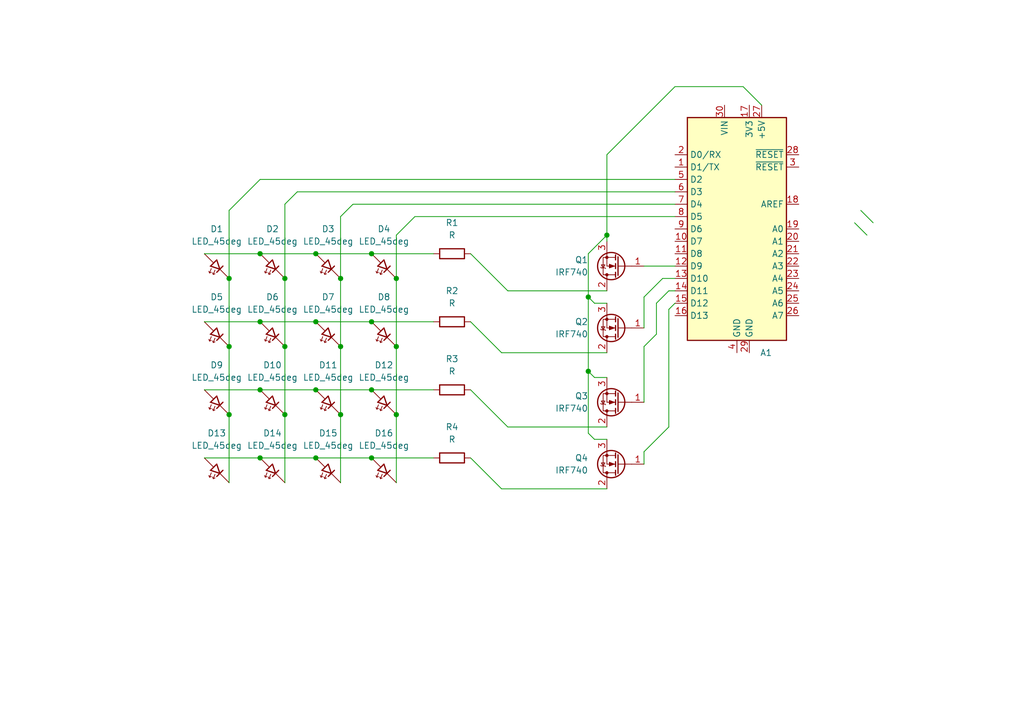
<source format=kicad_sch>
(kicad_sch (version 20230121) (generator eeschema)
  (paper "A5")
  (title_block (title "4x4 Multiplexed LED Matrix") (date "2024-05-26"))
  (lib_symbols
    (symbol "Device:LED_45deg" (pin_numbers hide) (pin_names (offset 0) hide)
      (property "Reference" "D" (at 1.27 2.54 0))
      (property "Value" "LED_45deg" (at 1.27 0 0))
      (symbol "LED_45deg_0_1"
        (polyline (pts (xy -1.4732 -1.4224) (xy -1.6256 -1.0668)))
        (polyline (pts (xy -0.7112 -1.7272) (xy -0.8636 -1.3716)))
        (polyline (pts (xy -0.635 0.635) (xy -2.54 2.54)))
        (polyline (pts (xy 0 -1.27) (xy 1.27 0)) (stroke (width 0.254)))
        (polyline (pts (xy 2.54 -2.54) (xy 0.635 -0.635)))
        (polyline (pts (xy -1.1176 -0.508) (xy -1.4732 -1.4224) (xy -1.1176 -1.27)))
        (polyline (pts (xy -0.3556 -0.8128) (xy -0.7112 -1.7272) (xy -0.3556 -1.5748)))
        (polyline (pts (xy -1.27 0) (xy 0 1.27) (xy 0.635 -0.635) (xy -1.27 0)) (stroke (width 0.254)))
      )
      (symbol "LED_45deg_1_1"
        (pin passive line (at 2.54 -2.54 180) (length 0) (name "K") (number "1"))
        (pin passive line (at -2.54 2.54 0) (length 0) (name "A") (number "2"))
      )
    )
    (symbol "Device:R" (pin_numbers hide) (pin_names (offset 0))
      (property "Reference" "R" (at 2.032 0 90))
      (property "Value" "R" (at 0 0 90))
      (symbol "R_0_1"
        (rectangle (start -1.016 -2.54) (end 1.016 2.54) (stroke (width 0.254)))
      )
      (symbol "R_1_1"
        (pin passive line (at 0 3.81 270) (length 1.27) (name "~") (number "1"))
        (pin passive line (at 0 -3.81 90) (length 1.27) (name "~") (number "2"))
      )
    )
    (symbol "MCU_Module:Arduino_Nano_v2.x"
      (property "Reference" "A" (at -10.16 23.495 0))
      (property "Value" "Arduino_Nano_v2.x" (at 5.08 -24.13 0))
      (symbol "Arduino_Nano_v2.x_0_1"
        (rectangle (start -10.16 22.86) (end 10.16 -22.86) (stroke (width 0.254)) (fill (type background)))
      )
      (symbol "Arduino_Nano_v2.x_1_1"
        (pin bidirectional line (at -12.7 12.7 0) (length 2.54) (name "D1/TX") (number "1"))
        (pin bidirectional line (at -12.7 -2.54 0) (length 2.54) (name "D7") (number "10"))
        (pin bidirectional line (at -12.7 -5.08 0) (length 2.54) (name "D8") (number "11"))
        (pin bidirectional line (at -12.7 -7.62 0) (length 2.54) (name "D9") (number "12"))
        (pin bidirectional line (at -12.7 -10.16 0) (length 2.54) (name "D10") (number "13"))
        (pin bidirectional line (at -12.7 -12.7 0) (length 2.54) (name "D11") (number "14"))
        (pin bidirectional line (at -12.7 -15.24 0) (length 2.54) (name "D12") (number "15"))
        (pin bidirectional line (at -12.7 -17.78 0) (length 2.54) (name "D13") (number "16"))
        (pin power_out line (at 2.54 25.4 270) (length 2.54) (name "3V3") (number "17"))
        (pin input line (at 12.7 5.08 180) (length 2.54) (name "AREF") (number "18"))
        (pin bidirectional line (at 12.7 0 180) (length 2.54) (name "A0") (number "19"))
        (pin bidirectional line (at -12.7 15.24 0) (length 2.54) (name "D0/RX") (number "2"))
        (pin bidirectional line (at 12.7 -2.54 180) (length 2.54) (name "A1") (number "20"))
        (pin bidirectional line (at 12.7 -5.08 180) (length 2.54) (name "A2") (number "21"))
        (pin bidirectional line (at 12.7 -7.62 180) (length 2.54) (name "A3") (number "22"))
        (pin bidirectional line (at 12.7 -10.16 180) (length 2.54) (name "A4") (number "23"))
        (pin bidirectional line (at 12.7 -12.7 180) (length 2.54) (name "A5") (number "24"))
        (pin bidirectional line (at 12.7 -15.24 180) (length 2.54) (name "A6") (number "25"))
        (pin bidirectional line (at 12.7 -17.78 180) (length 2.54) (name "A7") (number "26"))
        (pin power_out line (at 5.08 25.4 270) (length 2.54) (name "+5V") (number "27"))
        (pin input line (at 12.7 15.24 180) (length 2.54) (name "~{RESET}") (number "28"))
        (pin power_in line (at 2.54 -25.4 90) (length 2.54) (name "GND") (number "29"))
        (pin input line (at 12.7 12.7 180) (length 2.54) (name "~{RESET}") (number "3"))
        (pin power_in line (at -2.54 25.4 270) (length 2.54) (name "VIN") (number "30"))
        (pin power_in line (at 0 -25.4 90) (length 2.54) (name "GND") (number "4"))
        (pin bidirectional line (at -12.7 10.16 0) (length 2.54) (name "D2") (number "5"))
        (pin bidirectional line (at -12.7 7.62 0) (length 2.54) (name "D3") (number "6"))
        (pin bidirectional line (at -12.7 5.08 0) (length 2.54) (name "D4") (number "7"))
        (pin bidirectional line (at -12.7 2.54 0) (length 2.54) (name "D5") (number "8"))
        (pin bidirectional line (at -12.7 0 0) (length 2.54) (name "D6") (number "9"))
      )
    )
    (symbol "Transistor_FET:IRF740" (pin_names hide)
      (property "Reference" "Q" (at 5.08 1.905 0))
      (property "Value" "IRF740" (at 5.08 0 0))
      (symbol "IRF740_0_1"
        (polyline (pts (xy 0.254 0) (xy -2.54 0)))
        (polyline (pts (xy 0.254 1.905) (xy 0.254 -1.905)) (stroke (width 0.254)))
        (polyline (pts (xy 0.762 -1.27) (xy 0.762 -2.286)) (stroke (width 0.254)))
        (polyline (pts (xy 0.762 0.508) (xy 0.762 -0.508)) (stroke (width 0.254)))
        (polyline (pts (xy 0.762 2.286) (xy 0.762 1.27)) (stroke (width 0.254)))
        (polyline (pts (xy 2.54 2.54) (xy 2.54 1.778)))
        (polyline (pts (xy 2.54 -2.54) (xy 2.54 0) (xy 0.762 0)))
        (polyline (pts (xy 0.762 -1.778) (xy 3.302 -1.778) (xy 3.302 1.778) (xy 0.762 1.778)))
        (polyline (pts (xy 1.016 0) (xy 2.032 0.381) (xy 2.032 -0.381) (xy 1.016 0)) (fill (type outline)))
        (polyline (pts (xy 2.794 0.508) (xy 2.921 0.381) (xy 3.683 0.381) (xy 3.81 0.254)))
        (polyline (pts (xy 3.302 0.381) (xy 2.921 -0.254) (xy 3.683 -0.254) (xy 3.302 0.381)))
        (circle (center 1.651 0) (radius 2.794) (stroke (width 0.254)))
        (circle (center 2.54 -1.778) (radius 0.254) (fill (type outline)))
        (circle (center 2.54 1.778) (radius 0.254) (fill (type outline)))
      )
      (symbol "IRF740_1_1"
        (pin input line (at -5.08 0 0) (length 2.54) (name "G") (number "1"))
        (pin passive line (at 2.54 5.08 270) (length 2.54) (name "D") (number "2"))
        (pin passive line (at 2.54 -5.08 90) (length 2.54) (name "S") (number "3"))
      )
    )
  )
  (junction (at 58.42 57.15))
  (junction (at 76.2 93.98))
  (junction (at 64.77 80.01))
  (junction (at 58.42 71.12))
  (junction (at 69.85 71.12))
  (junction (at 69.85 85.09))
  (junction (at 69.85 57.15))
  (junction (at 46.99 85.09))
  (junction (at 53.34 80.01))
  (junction (at 46.99 57.15))
  (junction (at 64.77 52.07))
  (junction (at 81.28 71.12))
  (junction (at 76.2 52.07))
  (junction (at 53.34 93.98))
  (junction (at 53.34 52.07))
  (junction (at 76.2 66.04))
  (junction (at 46.99 71.12))
  (junction (at 64.77 66.04))
  (junction (at 76.2 80.01))
  (junction (at 81.28 85.09))
  (junction (at 120.65 76.2))
  (junction (at 53.34 66.04))
  (junction (at 124.46 48.26))
  (junction (at 58.42 85.09))
  (junction (at 81.28 57.15))
  (junction (at 64.77 93.98))
  (junction (at 120.65 60.96))
  (bus_entry (at 175.26 45.72) (size 2.54 2.54))
  (bus_entry (at 176.53 43.18) (size 2.54 2.54))
  (wire (pts (xy 81.28 57.15) (xy 81.28 48.26)))
  (wire (pts (xy 64.77 80.01) (xy 76.2 80.01)))
  (wire (pts (xy 41.91 93.98) (xy 53.34 93.98)))
  (wire (pts (xy 53.34 36.83) (xy 138.43 36.83)))
  (wire (pts (xy 58.42 99.06) (xy 58.42 85.09)))
  (wire (pts (xy 121.92 77.47) (xy 120.65 76.2)))
  (wire (pts (xy 58.42 85.09) (xy 58.42 71.12)))
  (wire (pts (xy 53.34 93.98) (xy 64.77 93.98)))
  (wire (pts (xy 58.42 71.12) (xy 58.42 57.15)))
  (wire (pts (xy 69.85 44.45) (xy 72.39 41.91)))
  (wire (pts (xy 152.4 17.78) (xy 156.21 21.59)))
  (wire (pts (xy 104.14 59.69) (xy 96.52 52.07)))
  (wire (pts (xy 53.34 52.07) (xy 64.77 52.07)))
  (wire (pts (xy 46.99 43.18) (xy 53.34 36.83)))
  (wire (pts (xy 137.16 59.69) (xy 138.43 59.69)))
  (wire (pts (xy 53.34 80.01) (xy 64.77 80.01)))
  (wire (pts (xy 41.91 66.04) (xy 53.34 66.04)))
  (wire (pts (xy 124.46 62.23) (xy 121.92 62.23)))
  (wire (pts (xy 132.08 82.55) (xy 132.08 71.12)))
  (wire (pts (xy 69.85 57.15) (xy 69.85 44.45)))
  (wire (pts (xy 53.34 66.04) (xy 64.77 66.04)))
  (wire (pts (xy 76.2 66.04) (xy 88.9 66.04)))
  (wire (pts (xy 81.28 85.09) (xy 81.28 71.12)))
  (wire (pts (xy 124.46 72.39) (xy 102.87 72.39)))
  (wire (pts (xy 132.08 67.31) (xy 132.08 60.96)))
  (wire (pts (xy 124.46 31.75) (xy 138.43 17.78)))
  (wire (pts (xy 138.43 17.78) (xy 152.4 17.78)))
  (wire (pts (xy 102.87 72.39) (xy 96.52 66.04)))
  (wire (pts (xy 124.46 49.53) (xy 124.46 48.26)))
  (wire (pts (xy 124.46 90.17) (xy 121.92 90.17)))
  (wire (pts (xy 102.87 100.33) (xy 96.52 93.98)))
  (wire (pts (xy 120.65 60.96) (xy 120.65 76.2)))
  (wire (pts (xy 124.46 100.33) (xy 102.87 100.33)))
  (wire (pts (xy 124.46 87.63) (xy 104.14 87.63)))
  (wire (pts (xy 137.16 63.5) (xy 138.43 62.23)))
  (wire (pts (xy 69.85 85.09) (xy 69.85 71.12)))
  (wire (pts (xy 60.96 39.37) (xy 138.43 39.37)))
  (wire (pts (xy 121.92 90.17) (xy 120.65 88.9)))
  (wire (pts (xy 46.99 99.06) (xy 46.99 85.09)))
  (wire (pts (xy 120.65 60.96) (xy 120.65 52.07)))
  (wire (pts (xy 46.99 57.15) (xy 46.99 43.18)))
  (wire (pts (xy 76.2 80.01) (xy 88.9 80.01)))
  (wire (pts (xy 58.42 57.15) (xy 58.42 41.91)))
  (wire (pts (xy 132.08 71.12) (xy 134.62 68.58)))
  (wire (pts (xy 69.85 99.06) (xy 69.85 85.09)))
  (wire (pts (xy 81.28 99.06) (xy 81.28 85.09)))
  (wire (pts (xy 121.92 62.23) (xy 120.65 60.96)))
  (wire (pts (xy 85.09 44.45) (xy 138.43 44.45)))
  (wire (pts (xy 135.89 57.15) (xy 138.43 57.15)))
  (wire (pts (xy 120.65 76.2) (xy 120.65 88.9)))
  (wire (pts (xy 58.42 41.91) (xy 60.96 39.37)))
  (wire (pts (xy 132.08 60.96) (xy 135.89 57.15)))
  (wire (pts (xy 134.62 62.23) (xy 137.16 59.69)))
  (wire (pts (xy 81.28 48.26) (xy 85.09 44.45)))
  (wire (pts (xy 132.08 92.71) (xy 137.16 87.63)))
  (wire (pts (xy 41.91 80.01) (xy 53.34 80.01)))
  (wire (pts (xy 124.46 77.47) (xy 121.92 77.47)))
  (wire (pts (xy 64.77 52.07) (xy 76.2 52.07)))
  (wire (pts (xy 72.39 41.91) (xy 138.43 41.91)))
  (wire (pts (xy 46.99 85.09) (xy 46.99 71.12)))
  (wire (pts (xy 64.77 93.98) (xy 76.2 93.98)))
  (wire (pts (xy 104.14 87.63) (xy 96.52 80.01)))
  (wire (pts (xy 41.91 52.07) (xy 53.34 52.07)))
  (wire (pts (xy 69.85 71.12) (xy 69.85 57.15)))
  (wire (pts (xy 134.62 68.58) (xy 134.62 62.23)))
  (wire (pts (xy 76.2 52.07) (xy 88.9 52.07)))
  (wire (pts (xy 124.46 59.69) (xy 104.14 59.69)))
  (wire (pts (xy 124.46 48.26) (xy 124.46 31.75)))
  (wire (pts (xy 76.2 93.98) (xy 88.9 93.98)))
  (wire (pts (xy 64.77 66.04) (xy 76.2 66.04)))
  (wire (pts (xy 46.99 71.12) (xy 46.99 57.15)))
  (wire (pts (xy 120.65 52.07) (xy 124.46 48.26)))
  (wire (pts (xy 132.08 54.61) (xy 138.43 54.61)))
  (wire (pts (xy 132.08 95.25) (xy 132.08 92.71)))
  (wire (pts (xy 81.28 71.12) (xy 81.28 57.15)))
  (wire (pts (xy 137.16 87.63) (xy 137.16 63.5)))
  (symbol (lib_id "Device:LED_45deg") (at 78.74 54.61 0) (unit 1)
    (property "Reference" "D4" (at 78.74 46.99 0))
    (property "Value" "LED_45deg" (at 78.74 49.53 0))
    (property "Footprint" "LED_THT:LED_D5.0mm" (effects hide))
  )
  (symbol (lib_id "Device:LED_45deg") (at 78.74 68.58 0) (unit 1)
    (property "Reference" "D8" (at 78.74 60.96 0))
    (property "Value" "LED_45deg" (at 78.74 63.5 0))
    (property "Footprint" "LED_THT:LED_D5.0mm" (effects hide))
  )
  (symbol (lib_id "Device:LED_45deg") (at 78.74 82.55 0) (unit 1)
    (property "Reference" "D12" (at 78.74 74.93 0))
    (property "Value" "LED_45deg" (at 78.74 77.47 0))
    (property "Footprint" "LED_THT:LED_D5.0mm" (effects hide))
  )
  (symbol (lib_id "Transistor_FET:IRF740") (at 127 82.55 180) (unit 1)
    (property "Reference" "Q3" (at 120.65 81.28 0) (effects (justify left)))
    (property "Value" "IRF740" (at 120.65 83.82 0) (effects (justify left)))
    (property "Footprint" "Package_TO_SOT_THT:TO-220-3_Vertical" (effects hide))
    (property "Datasheet" "http://www.vishay.com/docs/91054/91054.pdf" (effects hide))
  )
  (symbol (lib_id "Device:LED_45deg") (at 55.88 54.61 0) (unit 1)
    (property "Reference" "D2" (at 55.88 46.99 0))
    (property "Value" "LED_45deg" (at 55.88 49.53 0))
    (property "Footprint" "LED_THT:LED_D5.0mm" (effects hide))
  )
  (symbol (lib_id "Device:LED_45deg") (at 55.88 82.55 0) (unit 1)
    (property "Reference" "D10" (at 55.88 74.93 0))
    (property "Value" "LED_45deg" (at 55.88 77.47 0))
    (property "Footprint" "LED_THT:LED_D5.0mm" (effects hide))
  )
  (symbol (lib_id "Device:LED_45deg") (at 67.31 54.61 0) (unit 1)
    (property "Reference" "D3" (at 67.31 46.99 0))
    (property "Value" "LED_45deg" (at 67.31 49.53 0))
    (property "Footprint" "LED_THT:LED_D5.0mm" (effects hide))
  )
  (symbol (lib_id "Device:LED_45deg") (at 55.88 68.58 0) (unit 1)
    (property "Reference" "D6" (at 55.88 60.96 0))
    (property "Value" "LED_45deg" (at 55.88 63.5 0))
    (property "Footprint" "LED_THT:LED_D5.0mm" (effects hide))
  )
  (symbol (lib_id "Device:R") (at 92.71 66.04 90) (unit 1)
    (property "Reference" "R2" (at 92.71 59.69 90))
    (property "Value" "R" (at 92.71 62.23 90))
    (property "Footprint" "Resistor_THT:R_Axial_DIN0309_L9.0mm_D3.2mm_P15.24mm_Horizontal" (effects hide))
  )
  (symbol (lib_id "Device:LED_45deg") (at 44.45 68.58 0) (unit 1)
    (property "Reference" "D5" (at 44.45 60.96 0))
    (property "Value" "LED_45deg" (at 44.45 63.5 0))
    (property "Footprint" "LED_THT:LED_D5.0mm" (effects hide))
  )
  (symbol (lib_id "Device:LED_45deg") (at 78.74 96.52 0) (unit 1)
    (property "Reference" "D16" (at 78.74 88.9 0))
    (property "Value" "LED_45deg" (at 78.74 91.44 0))
    (property "Footprint" "LED_THT:LED_D5.0mm" (effects hide))
  )
  (symbol (lib_id "Device:LED_45deg") (at 44.45 54.61 0) (unit 1)
    (property "Reference" "D1" (at 44.45 46.99 0))
    (property "Value" "LED_45deg" (at 44.45 49.53 0))
    (property "Footprint" "LED_THT:LED_D5.0mm" (effects hide))
  )
  (symbol (lib_id "Device:R") (at 92.71 93.98 90) (unit 1)
    (property "Reference" "R4" (at 92.71 87.63 90))
    (property "Value" "R" (at 92.71 90.17 90))
    (property "Footprint" "Resistor_THT:R_Axial_DIN0309_L9.0mm_D3.2mm_P15.24mm_Horizontal" (effects hide))
  )
  (symbol (lib_id "Device:LED_45deg") (at 44.45 96.52 0) (unit 1)
    (property "Reference" "D13" (at 44.45 88.9 0))
    (property "Value" "LED_45deg" (at 44.45 91.44 0))
    (property "Footprint" "LED_THT:LED_D5.0mm" (effects hide))
  )
  (symbol (lib_id "Device:LED_45deg") (at 55.88 96.52 0) (unit 1)
    (property "Reference" "D14" (at 55.88 88.9 0))
    (property "Value" "LED_45deg" (at 55.88 91.44 0))
    (property "Footprint" "LED_THT:LED_D5.0mm" (effects hide))
  )
  (symbol (lib_id "MCU_Module:Arduino_Nano_v2.x") (at 151.13 46.99 0) (unit 1)
    (property "Reference" "A1" (at 155.8641 72.39 0) (effects (justify left)))
    (property "Value" "Arduino_Nano_v2.x" (effects hide))
    (property "Footprint" "Module:Arduino_Nano" (effects hide))
    (property "Datasheet" "https://www.arduino.cc/en/uploads/Main/ArduinoNanoManual23.pdf" (effects hide))
  )
  (symbol (lib_id "Device:LED_45deg") (at 44.45 82.55 0) (unit 1)
    (property "Reference" "D9" (at 44.45 74.93 0))
    (property "Value" "LED_45deg" (at 44.45 77.47 0))
    (property "Footprint" "LED_THT:LED_D5.0mm" (effects hide))
  )
  (symbol (lib_id "Device:LED_45deg") (at 67.31 68.58 0) (unit 1)
    (property "Reference" "D7" (at 67.31 60.96 0))
    (property "Value" "LED_45deg" (at 67.31 63.5 0))
    (property "Footprint" "LED_THT:LED_D5.0mm" (effects hide))
  )
  (symbol (lib_id "Transistor_FET:IRF740") (at 127 95.25 180) (unit 1)
    (property "Reference" "Q4" (at 120.65 93.98 0) (effects (justify left)))
    (property "Value" "IRF740" (at 120.65 96.52 0) (effects (justify left)))
    (property "Footprint" "Package_TO_SOT_THT:TO-220-3_Vertical" (effects hide))
    (property "Datasheet" "http://www.vishay.com/docs/91054/91054.pdf" (effects hide))
  )
  (symbol (lib_id "Transistor_FET:IRF740") (at 127 67.31 180) (unit 1)
    (property "Reference" "Q2" (at 120.65 66.04 0) (effects (justify left)))
    (property "Value" "IRF740" (at 120.65 68.58 0) (effects (justify left)))
    (property "Footprint" "Package_TO_SOT_THT:TO-220-3_Vertical" (effects hide))
    (property "Datasheet" "http://www.vishay.com/docs/91054/91054.pdf" (effects hide))
  )
  (symbol (lib_id "Transistor_FET:IRF740") (at 127 54.61 180) (unit 1)
    (property "Reference" "Q1" (at 120.65 53.34 0) (effects (justify left)))
    (property "Value" "IRF740" (at 120.65 55.88 0) (effects (justify left)))
    (property "Footprint" "Package_TO_SOT_THT:TO-220-3_Vertical" (effects hide))
    (property "Datasheet" "http://www.vishay.com/docs/91054/91054.pdf" (effects hide))
  )
  (symbol (lib_id "Device:LED_45deg") (at 67.31 82.55 0) (unit 1)
    (property "Reference" "D11" (at 67.31 74.93 0))
    (property "Value" "LED_45deg" (at 67.31 77.47 0))
    (property "Footprint" "LED_THT:LED_D5.0mm" (effects hide))
  )
  (symbol (lib_id "Device:LED_45deg") (at 67.31 96.52 0) (unit 1)
    (property "Reference" "D15" (at 67.31 88.9 0))
    (property "Value" "LED_45deg" (at 67.31 91.44 0))
    (property "Footprint" "LED_THT:LED_D5.0mm" (effects hide))
  )
  (symbol (lib_id "Device:R") (at 92.71 52.07 90) (unit 1)
    (property "Reference" "R1" (at 92.71 45.72 90))
    (property "Value" "R" (at 92.71 48.26 90))
    (property "Footprint" "Resistor_THT:R_Axial_DIN0309_L9.0mm_D3.2mm_P15.24mm_Horizontal" (effects hide))
  )
  (symbol (lib_id "Device:R") (at 92.71 80.01 90) (unit 1)
    (property "Reference" "R3" (at 92.71 73.66 90))
    (property "Value" "R" (at 92.71 76.2 90))
    (property "Footprint" "Resistor_THT:R_Axial_DIN0309_L9.0mm_D3.2mm_P15.24mm_Horizontal" (effects hide))
  )
)
</source>
